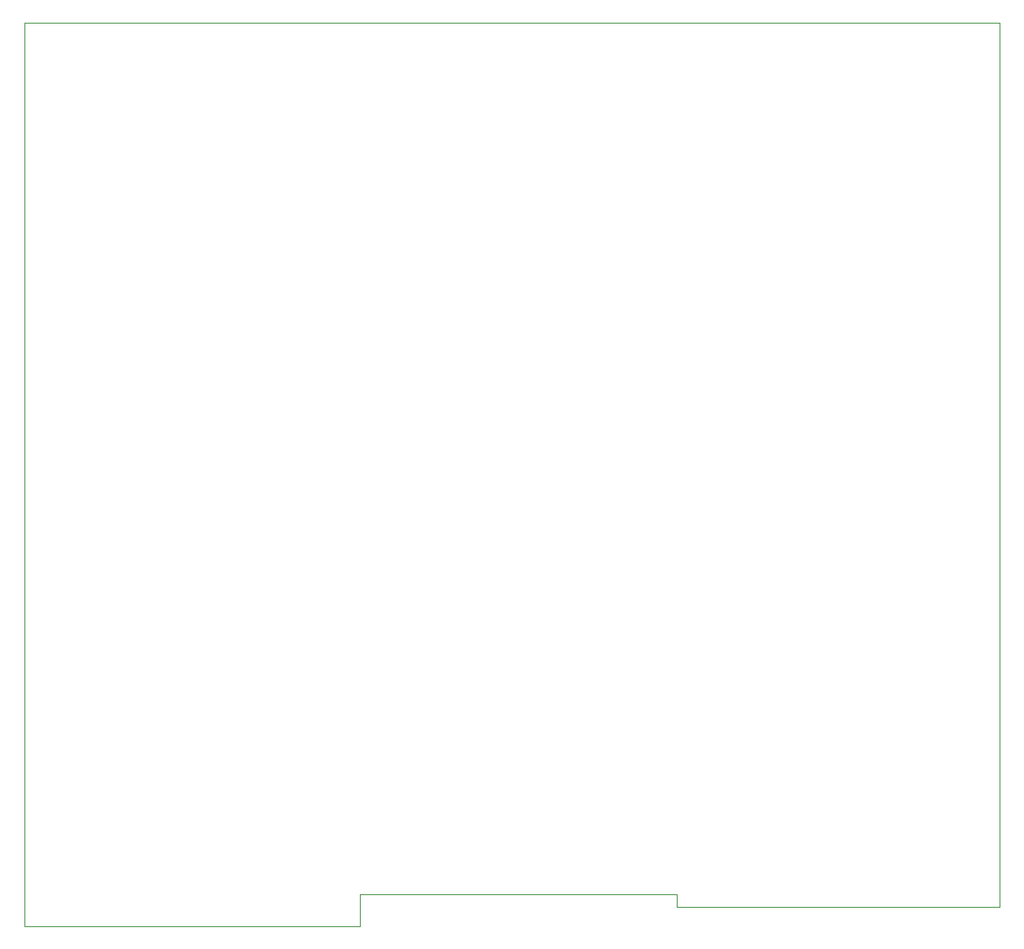
<source format=gbr>
G04 #@! TF.GenerationSoftware,KiCad,Pcbnew,(5.1.4)-1*
G04 #@! TF.CreationDate,2021-02-12T09:42:23+03:00*
G04 #@! TF.ProjectId,combined,636f6d62-696e-4656-942e-6b696361645f,rev?*
G04 #@! TF.SameCoordinates,Original*
G04 #@! TF.FileFunction,Profile,NP*
%FSLAX46Y46*%
G04 Gerber Fmt 4.6, Leading zero omitted, Abs format (unit mm)*
G04 Created by KiCad (PCBNEW (5.1.4)-1) date 2021-02-12 09:42:23*
%MOMM*%
%LPD*%
G04 APERTURE LIST*
%ADD10C,0.050000*%
G04 APERTURE END LIST*
D10*
X99822000Y-149225000D02*
X99822000Y-147955000D01*
X67945000Y-147955000D02*
X99822000Y-147955000D01*
X67945000Y-151130000D02*
X67945000Y-147955000D01*
X34290000Y-60325000D02*
X34290000Y-60960000D01*
X132207000Y-60325000D02*
X34290000Y-60325000D01*
X132207000Y-149225000D02*
X132207000Y-60325000D01*
X99822000Y-149225000D02*
X132207000Y-149225000D01*
X34290000Y-151130000D02*
X67945000Y-151130000D01*
X34290000Y-60960000D02*
X34290000Y-151130000D01*
M02*

</source>
